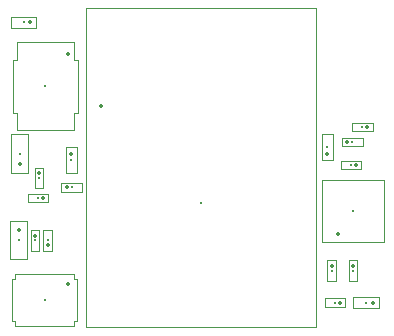
<source format=gbr>
%TF.GenerationSoftware,KiCad,Pcbnew,(6.0.1-0)*%
%TF.CreationDate,2022-02-17T23:39:15-05:00*%
%TF.ProjectId,impact_v1.1,696d7061-6374-45f7-9631-2e312e6b6963,rev?*%
%TF.SameCoordinates,Original*%
%TF.FileFunction,Component,L1,Top*%
%TF.FilePolarity,Positive*%
%FSLAX46Y46*%
G04 Gerber Fmt 4.6, Leading zero omitted, Abs format (unit mm)*
G04 Created by KiCad (PCBNEW (6.0.1-0)) date 2022-02-17 23:39:15*
%MOMM*%
%LPD*%
G01*
G04 APERTURE LIST*
%TA.AperFunction,ComponentMain*%
%ADD10C,0.300000*%
%TD*%
%TA.AperFunction,ComponentOutline,Courtyard*%
%ADD11C,0.100000*%
%TD*%
%TA.AperFunction,ComponentPin*%
%ADD12P,0.360000X4X0.000000*%
%TD*%
%TA.AperFunction,ComponentPin*%
%ADD13C,0.000000*%
%TD*%
G04 APERTURE END LIST*
D10*
%TO.C,"C9"*%
%TO.CFtp,"C_0201_0603Metric_Pad0.64x0.40mm_HandSolder"*%
%TO.CVal,"0.1µF"*%
%TO.CLbN,"Capacitor_SMD"*%
%TO.CMnt,SMD*%
%TO.CRot,180*%
X165092500Y-90900000D03*
D11*
X165972499Y-91249999D02*
X164212501Y-91249999D01*
X164212501Y-90550001D01*
X165972499Y-90550001D01*
X165972499Y-91249999D01*
D12*
%TO.P,"C9","1"*%
X165500000Y-90900000D03*
D13*
%TO.P,"C9","2"*%
X164685000Y-90900000D03*
%TD*%
D10*
%TO.C,"R4"*%
%TO.CFtp,"R_0201_0603Metric_Pad0.64x0.40mm_HandSolder"*%
%TO.CVal,"220"*%
%TO.CLbN,"Resistor_SMD"*%
%TO.CMnt,SMD*%
%TO.CRot,180*%
X163742500Y-102550000D03*
D11*
X164622499Y-102899999D02*
X162862501Y-102899999D01*
X162862501Y-102200001D01*
X164622499Y-102200001D01*
X164622499Y-102899999D01*
D12*
%TO.P,"R4","1"*%
X164150000Y-102550000D03*
D13*
%TO.P,"R4","2"*%
X163335000Y-102550000D03*
%TD*%
D10*
%TO.C,"U2"*%
%TO.CFtp,"MIC5200-3.3YM"*%
%TO.CVal,"MIC5200-3.3BM-TR"*%
%TO.CLbN,"Voltage_Regulator_Linear"*%
%TO.CMnt,TH*%
%TO.CRot,-90*%
X139215000Y-84224150D03*
D11*
X141640699Y-81976250D02*
X141640700Y-81976251D01*
X141958199Y-81976251D01*
X141958199Y-86472049D01*
X141640700Y-86472049D01*
X141640699Y-86472050D01*
X141640699Y-87932549D01*
X136789301Y-87932549D01*
X136789301Y-86472050D01*
X136789300Y-86472049D01*
X136471801Y-86472049D01*
X136471801Y-81976251D01*
X136789300Y-81976251D01*
X136789301Y-81976250D01*
X136789301Y-80515751D01*
X141640699Y-80515751D01*
X141640699Y-81976250D01*
D12*
%TO.P,"U2","1","OUT"*%
X141120000Y-81500000D03*
D13*
%TO.P,"U2","2","OUT"*%
X139850000Y-81500000D03*
%TO.P,"U2","3","NC"*%
X138580000Y-81500000D03*
%TO.P,"U2","4","GND"*%
X137310000Y-81500000D03*
%TO.P,"U2","5","EN"*%
X137310000Y-86948300D03*
%TO.P,"U2","6","NC"*%
X138580000Y-86948300D03*
%TO.P,"U2","7","IN"*%
X139850000Y-86948300D03*
%TO.P,"U2","8","IN"*%
X141120000Y-86948300D03*
%TD*%
D10*
%TO.C,"R1"*%
%TO.CFtp,"R_0201_0603Metric_Pad0.64x0.40mm_HandSolder"*%
%TO.CVal,"2.2K"*%
%TO.CLbN,"Resistor_SMD"*%
%TO.CMnt,SMD*%
%TO.CRot,-90*%
X163450000Y-99842500D03*
D11*
X163799999Y-100722499D02*
X163100001Y-100722499D01*
X163100001Y-98962501D01*
X163799999Y-98962501D01*
X163799999Y-100722499D01*
D12*
%TO.P,"R1","1"*%
X163450000Y-99435000D03*
D13*
%TO.P,"R1","2"*%
X163450000Y-100250000D03*
%TD*%
D10*
%TO.C,"C6"*%
%TO.CFtp,"C_0201_0603Metric_Pad0.64x0.40mm_HandSolder"*%
%TO.CVal,"0.1µF"*%
%TO.CLbN,"Capacitor_SMD"*%
%TO.CMnt,SMD*%
%TO.CRot,90*%
X139400000Y-97280000D03*
D11*
X139749999Y-98159999D02*
X139050001Y-98159999D01*
X139050001Y-96400001D01*
X139749999Y-96400001D01*
X139749999Y-98159999D01*
D12*
%TO.P,"C6","1"*%
X139400000Y-97687500D03*
D13*
%TO.P,"C6","2"*%
X139400000Y-96872500D03*
%TD*%
D10*
%TO.C,"D2"*%
%TO.CFtp,"LED_0402_1005Metric_Pad0.77x0.64mm_HandSolder"*%
%TO.CVal,"LED"*%
%TO.CLbN,"LED_SMD"*%
%TO.CMnt,SMD*%
%TO.CRot,180*%
X166350000Y-102550000D03*
D11*
X167449999Y-103019999D02*
X165250001Y-103019999D01*
X165250001Y-102080001D01*
X167449999Y-102080001D01*
X167449999Y-103019999D01*
D12*
%TO.P,"D2","1","K"*%
X166922500Y-102550000D03*
D13*
%TO.P,"D2","2","A"*%
X165777500Y-102550000D03*
%TD*%
D10*
%TO.C,"C8"*%
%TO.CFtp,"C_0201_0603Metric_Pad0.64x0.40mm_HandSolder"*%
%TO.CVal,"0.01µF"*%
%TO.CLbN,"Capacitor_SMD"*%
%TO.CMnt,SMD*%
%TO.CRot,0*%
X165192500Y-88950000D03*
D11*
X166072499Y-89299999D02*
X164312501Y-89299999D01*
X164312501Y-88600001D01*
X166072499Y-88600001D01*
X166072499Y-89299999D01*
D12*
%TO.P,"C8","1"*%
X164785000Y-88950000D03*
D13*
%TO.P,"C8","2"*%
X165600000Y-88950000D03*
%TD*%
D10*
%TO.C,"R3"*%
%TO.CFtp,"R_0201_0603Metric_Pad0.64x0.40mm_HandSolder"*%
%TO.CVal,"10k"*%
%TO.CLbN,"Resistor_SMD"*%
%TO.CMnt,SMD*%
%TO.CRot,0*%
X141442500Y-92800000D03*
D11*
X142322499Y-93149999D02*
X140562501Y-93149999D01*
X140562501Y-92450001D01*
X142322499Y-92450001D01*
X142322499Y-93149999D01*
D12*
%TO.P,"R3","1"*%
X141035000Y-92800000D03*
D13*
%TO.P,"R3","2"*%
X141850000Y-92800000D03*
%TD*%
D10*
%TO.C,"C11"*%
%TO.CFtp,"C_0201_0603Metric_Pad0.64x0.40mm_HandSolder"*%
%TO.CVal,"0.1µF"*%
%TO.CLbN,"Capacitor_SMD"*%
%TO.CMnt,SMD*%
%TO.CRot,180*%
X166050000Y-87700000D03*
D11*
X166929999Y-88049999D02*
X165170001Y-88049999D01*
X165170001Y-87350001D01*
X166929999Y-87350001D01*
X166929999Y-88049999D01*
D12*
%TO.P,"C11","1"*%
X166457500Y-87700000D03*
D13*
%TO.P,"C11","2"*%
X165642500Y-87700000D03*
%TD*%
D10*
%TO.C,"U3"*%
%TO.CFtp,"ADXL375BCCZ"*%
%TO.CVal,"ADXL375BCCZ"*%
%TO.CLbN,"Sensor_Motion"*%
%TO.CMnt,TH*%
%TO.CRot,-90*%
X139150001Y-102320901D03*
D11*
X141654000Y-100566901D02*
X141654001Y-100566902D01*
X141904000Y-100566902D01*
X141904000Y-104074900D01*
X141654001Y-104074900D01*
X141654000Y-104074901D01*
X141654000Y-104504701D01*
X136646002Y-104504701D01*
X136646002Y-104074901D01*
X136646001Y-104074900D01*
X136396002Y-104074900D01*
X136396002Y-100566902D01*
X136646001Y-100566902D01*
X136646002Y-100566901D01*
X136646002Y-100137101D01*
X141654000Y-100137101D01*
X141654000Y-100566901D01*
D12*
%TO.P,"U3","1","VDD"*%
X141150002Y-100950000D03*
D13*
%TO.P,"U3","2","GND"*%
X140350001Y-100950000D03*
%TO.P,"U3","3","RSRVD"*%
X139550000Y-100950000D03*
%TO.P,"U3","4","GND"*%
X138750002Y-100950000D03*
%TO.P,"U3","5","GND"*%
X137950001Y-100950000D03*
%TO.P,"U3","6","Vs"*%
X137150002Y-100950000D03*
%TO.P,"U3","7","CS"*%
X137431503Y-102320901D03*
%TO.P,"U3","8","INT1"*%
X137150000Y-103691802D03*
%TO.P,"U3","9","INT2"*%
X137950001Y-103691802D03*
%TO.P,"U3","10","NC"*%
X138750002Y-103691802D03*
%TO.P,"U3","11","RSRVD"*%
X139550000Y-103691802D03*
%TO.P,"U3","12","ALT"*%
X140350001Y-103691802D03*
%TO.P,"U3","13","SDA"*%
X141150000Y-103691802D03*
%TO.P,"U3","14","SCL"*%
X140868499Y-102320901D03*
%TD*%
D10*
%TO.C,"D1"*%
%TO.CFtp,"D_0402_1005Metric_Pad0.77x0.64mm_HandSolder"*%
%TO.CVal,"D_Schottky"*%
%TO.CLbN,"Diode_SMD"*%
%TO.CMnt,SMD*%
%TO.CRot,-90*%
X141400000Y-90500000D03*
D11*
X141869999Y-91599999D02*
X140930001Y-91599999D01*
X140930001Y-89400001D01*
X141869999Y-89400001D01*
X141869999Y-91599999D01*
D12*
%TO.P,"D1","1","K"*%
X141400000Y-89927500D03*
D13*
%TO.P,"D1","2","A"*%
X141400000Y-91072500D03*
%TD*%
D10*
%TO.C,"U4"*%
%TO.CFtp,"InvenSense_QFN-24_4x4mm_P0.5mm"*%
%TO.CVal,"MPU-6050"*%
%TO.CLbN,"Sensor_Motion"*%
%TO.CMnt,SMD*%
%TO.CRot,90*%
X165250000Y-94800000D03*
D11*
X167899999Y-97449999D02*
X162600001Y-97449999D01*
X162600001Y-92150001D01*
X167899999Y-92150001D01*
X167899999Y-97449999D01*
D12*
%TO.P,"U4","1","CLKIN"*%
X164000000Y-96750000D03*
D13*
%TO.P,"U4","2"*%
X164500000Y-96750000D03*
%TO.P,"U4","3"*%
X165000000Y-96750000D03*
%TO.P,"U4","4"*%
X165500000Y-96750000D03*
%TO.P,"U4","5"*%
X166000000Y-96750000D03*
%TO.P,"U4","6","AUXDA"*%
X166500000Y-96750000D03*
%TO.P,"U4","7","AUXCL"*%
X167200000Y-96050000D03*
%TO.P,"U4","8","VLOGIC"*%
X167200000Y-95550000D03*
%TO.P,"U4","9","AD0"*%
X167200000Y-95050000D03*
%TO.P,"U4","10","REGOUT"*%
X167200000Y-94550000D03*
%TO.P,"U4","11","FSYNC"*%
X167200000Y-94050000D03*
%TO.P,"U4","12","INT"*%
X167200000Y-93550000D03*
%TO.P,"U4","13","VDD"*%
X166500000Y-92850000D03*
%TO.P,"U4","14"*%
X166000000Y-92850000D03*
%TO.P,"U4","15"*%
X165500000Y-92850000D03*
%TO.P,"U4","16"*%
X165000000Y-92850000D03*
%TO.P,"U4","17"*%
X164500000Y-92850000D03*
%TO.P,"U4","18","GND"*%
X164000000Y-92850000D03*
%TO.P,"U4","19","RESV"*%
X163300000Y-93550000D03*
%TO.P,"U4","20","CPOUT"*%
X163300000Y-94050000D03*
%TO.P,"U4","21","RESV"*%
X163300000Y-94550000D03*
%TO.P,"U4","22","RESV"*%
X163300000Y-95050000D03*
%TO.P,"U4","23","SCL"*%
X163300000Y-95550000D03*
%TO.P,"U4","24","SDA"*%
X163300000Y-96050000D03*
%TD*%
D10*
%TO.C,"C7"*%
%TO.CFtp,"C_0201_0603Metric_Pad0.64x0.40mm_HandSolder"*%
%TO.CVal,"0.1µF"*%
%TO.CLbN,"Capacitor_SMD"*%
%TO.CMnt,SMD*%
%TO.CRot,-90*%
X138350000Y-97280000D03*
D11*
X138699999Y-98159999D02*
X138000001Y-98159999D01*
X138000001Y-96400001D01*
X138699999Y-96400001D01*
X138699999Y-98159999D01*
D12*
%TO.P,"C7","1"*%
X138350000Y-96872500D03*
D13*
%TO.P,"C7","2"*%
X138350000Y-97687500D03*
%TD*%
D10*
%TO.C,"R2"*%
%TO.CFtp,"R_0201_0603Metric_Pad0.64x0.40mm_HandSolder"*%
%TO.CVal,"2.2K"*%
%TO.CLbN,"Resistor_SMD"*%
%TO.CMnt,SMD*%
%TO.CRot,-90*%
X165250000Y-99842500D03*
D11*
X165599999Y-100722499D02*
X164900001Y-100722499D01*
X164900001Y-98962501D01*
X165599999Y-98962501D01*
X165599999Y-100722499D01*
D12*
%TO.P,"R2","1"*%
X165250000Y-99435000D03*
D13*
%TO.P,"R2","2"*%
X165250000Y-100250000D03*
%TD*%
D10*
%TO.C,"C10"*%
%TO.CFtp,"C_0402_1005Metric_Pad0.74x0.62mm_HandSolder"*%
%TO.CVal,"2200pF"*%
%TO.CLbN,"Capacitor_SMD"*%
%TO.CMnt,SMD*%
%TO.CRot,90*%
X163073800Y-89382500D03*
D11*
X163533799Y-90462499D02*
X162613801Y-90462499D01*
X162613801Y-88302501D01*
X163533799Y-88302501D01*
X163533799Y-90462499D01*
D12*
%TO.P,"C10","1"*%
X163073800Y-89950000D03*
D13*
%TO.P,"C10","2"*%
X163073800Y-88815000D03*
%TD*%
D10*
%TO.C,"C1"*%
%TO.CFtp,"C_0201_0603Metric_Pad0.64x0.40mm_HandSolder"*%
%TO.CVal,"0.1µF"*%
%TO.CLbN,"Capacitor_SMD"*%
%TO.CMnt,SMD*%
%TO.CRot,180*%
X138600000Y-93700000D03*
D11*
X139479999Y-94049999D02*
X137720001Y-94049999D01*
X137720001Y-93350001D01*
X139479999Y-93350001D01*
X139479999Y-94049999D01*
D12*
%TO.P,"C1","1"*%
X139007500Y-93700000D03*
D13*
%TO.P,"C1","2"*%
X138192500Y-93700000D03*
%TD*%
D10*
%TO.C,"C3"*%
%TO.CFtp,"C_0201_0603Metric_Pad0.64x0.40mm_HandSolder"*%
%TO.CVal,"0.1µF"*%
%TO.CLbN,"Capacitor_SMD"*%
%TO.CMnt,SMD*%
%TO.CRot,-90*%
X138650000Y-92000000D03*
D11*
X138999999Y-92879999D02*
X138300001Y-92879999D01*
X138300001Y-91120001D01*
X138999999Y-91120001D01*
X138999999Y-92879999D01*
D12*
%TO.P,"C3","1"*%
X138650000Y-91592500D03*
D13*
%TO.P,"C3","2"*%
X138650000Y-92407500D03*
%TD*%
D10*
%TO.C,"C5"*%
%TO.CFtp,"C_0603_1608Metric_Pad1.08x0.95mm_HandSolder"*%
%TO.CVal,"10µF"*%
%TO.CLbN,"Capacitor_SMD"*%
%TO.CMnt,SMD*%
%TO.CRot,-90*%
X136950000Y-97250000D03*
D11*
X137679999Y-98899999D02*
X136220001Y-98899999D01*
X136220001Y-95600001D01*
X137679999Y-95600001D01*
X137679999Y-98899999D01*
D12*
%TO.P,"C5","1"*%
X136950000Y-96387500D03*
D13*
%TO.P,"C5","2"*%
X136950000Y-98112500D03*
%TD*%
D10*
%TO.C,"U1"*%
%TO.CFtp,"ESP32-WROOM-32"*%
%TO.CVal,"ESP32-WROOM-32"*%
%TO.CLbN,"RF_Module"*%
%TO.CMnt,SMD*%
%TO.CRot,0*%
X152400000Y-94150000D03*
D11*
X162149999Y-104649999D02*
X142650001Y-104649999D01*
X142650001Y-77640001D01*
X162149999Y-77640001D01*
X162149999Y-104649999D01*
D12*
%TO.P,"U1","1","GND"*%
X143900000Y-85895000D03*
D13*
%TO.P,"U1","2","VDD"*%
X143900000Y-87165000D03*
%TO.P,"U1","3","EN"*%
X143900000Y-88435000D03*
%TO.P,"U1","4","SENSOR_VP"*%
X143900000Y-89705000D03*
%TO.P,"U1","5","SENSOR_VN"*%
X143900000Y-90975000D03*
%TO.P,"U1","6","IO34"*%
X143900000Y-92245000D03*
%TO.P,"U1","7","IO35"*%
X143900000Y-93515000D03*
%TO.P,"U1","8","IO32"*%
X143900000Y-94785000D03*
%TO.P,"U1","9","IO33"*%
X143900000Y-96055000D03*
%TO.P,"U1","10","IO25"*%
X143900000Y-97325000D03*
%TO.P,"U1","11","IO26"*%
X143900000Y-98595000D03*
%TO.P,"U1","12","IO27"*%
X143900000Y-99865000D03*
%TO.P,"U1","13","IO14"*%
X143900000Y-101135000D03*
%TO.P,"U1","14","IO12"*%
X143900000Y-102405000D03*
%TO.P,"U1","15","GND"*%
X146685000Y-103405000D03*
%TO.P,"U1","16","IO13"*%
X147955000Y-103405000D03*
%TO.P,"U1","17","SHD/SD2"*%
X149225000Y-103405000D03*
%TO.P,"U1","18","SWP/SD3"*%
X150495000Y-103405000D03*
%TO.P,"U1","19","SCS/CMD"*%
X151765000Y-103405000D03*
%TO.P,"U1","20","SCK/CLK"*%
X153035000Y-103405000D03*
%TO.P,"U1","21","SDO/SD0"*%
X154305000Y-103405000D03*
%TO.P,"U1","22","SDI/SD1"*%
X155575000Y-103405000D03*
%TO.P,"U1","23","IO15"*%
X156845000Y-103405000D03*
%TO.P,"U1","24","IO2"*%
X158115000Y-103405000D03*
%TO.P,"U1","25","IO0"*%
X160900000Y-102405000D03*
%TO.P,"U1","26","IO4"*%
X160900000Y-101135000D03*
%TO.P,"U1","27","IO16"*%
X160900000Y-99865000D03*
%TO.P,"U1","28","IO17"*%
X160900000Y-98595000D03*
%TO.P,"U1","29","IO5"*%
X160900000Y-97325000D03*
%TO.P,"U1","30","IO18"*%
X160900000Y-96055000D03*
%TO.P,"U1","31","IO19"*%
X160900000Y-94785000D03*
%TO.P,"U1","32","NC"*%
X160900000Y-93515000D03*
%TO.P,"U1","33","IO21"*%
X160900000Y-92245000D03*
%TO.P,"U1","34","RXD0/IO3"*%
X160900000Y-90975000D03*
%TO.P,"U1","35","TXD0/IO1"*%
X160900000Y-89705000D03*
%TO.P,"U1","36","IO22"*%
X160900000Y-88435000D03*
%TO.P,"U1","37","IO23"*%
X160900000Y-87165000D03*
%TO.P,"U1","38","GND"*%
X160900000Y-85895000D03*
%TO.P,"U1","39","GND"*%
X151400000Y-93395000D03*
%TD*%
D10*
%TO.C,"C2"*%
%TO.CFtp,"C_0603_1608Metric_Pad1.08x0.95mm_HandSolder"*%
%TO.CVal,"10µF"*%
%TO.CLbN,"Capacitor_SMD"*%
%TO.CMnt,SMD*%
%TO.CRot,90*%
X137050000Y-89962500D03*
D11*
X137779999Y-91612499D02*
X136320001Y-91612499D01*
X136320001Y-88312501D01*
X137779999Y-88312501D01*
X137779999Y-91612499D01*
D12*
%TO.P,"C2","1"*%
X137050000Y-90825000D03*
D13*
%TO.P,"C2","2"*%
X137050000Y-89100000D03*
%TD*%
D10*
%TO.C,"C4"*%
%TO.CFtp,"C_0402_1005Metric_Pad0.74x0.62mm_HandSolder"*%
%TO.CVal,"1µF"*%
%TO.CLbN,"Capacitor_SMD"*%
%TO.CMnt,SMD*%
%TO.CRot,180*%
X137382500Y-78800000D03*
D11*
X138462499Y-79259999D02*
X136302501Y-79259999D01*
X136302501Y-78340001D01*
X138462499Y-78340001D01*
X138462499Y-79259999D01*
D12*
%TO.P,"C4","1"*%
X137950000Y-78800000D03*
D13*
%TO.P,"C4","2"*%
X136815000Y-78800000D03*
%TD*%
M02*

</source>
